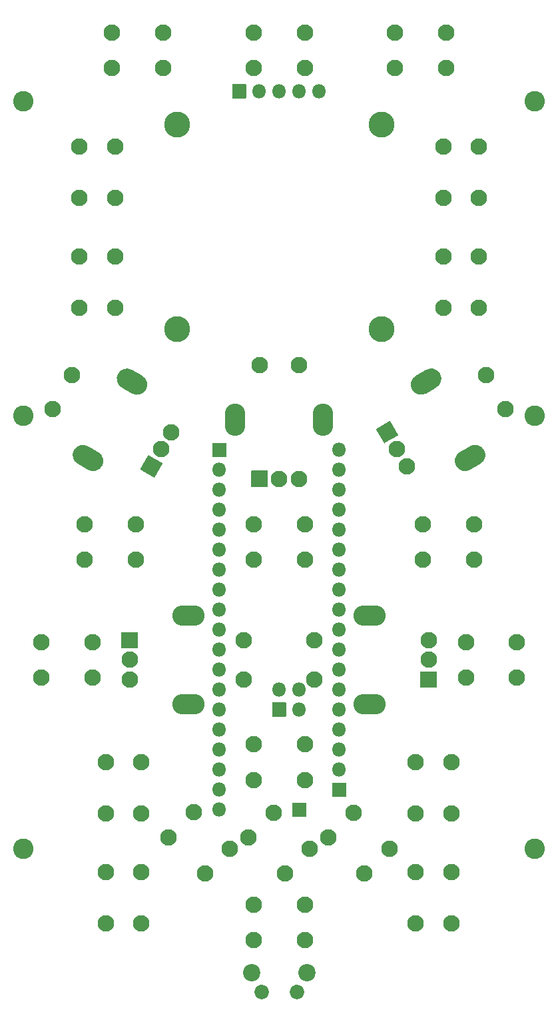
<source format=gbr>
%TF.GenerationSoftware,KiCad,Pcbnew,5.1.9-1.fc33*%
%TF.CreationDate,2021-01-18T19:28:24+01:00*%
%TF.ProjectId,Pendant PCB,50656e64-616e-4742-9050-43422e6b6963,rev?*%
%TF.SameCoordinates,PX3b9aca0PYa299fa0*%
%TF.FileFunction,Soldermask,Bot*%
%TF.FilePolarity,Negative*%
%FSLAX46Y46*%
G04 Gerber Fmt 4.6, Leading zero omitted, Abs format (unit mm)*
G04 Created by KiCad (PCBNEW 5.1.9-1.fc33) date 2021-01-18 19:28:24*
%MOMM*%
%LPD*%
G01*
G04 APERTURE LIST*
%ADD10C,2.200000*%
%ADD11C,1.850000*%
%ADD12O,1.800000X1.800000*%
%ADD13C,2.100000*%
%ADD14O,2.600000X4.100000*%
%ADD15O,4.100000X2.600000*%
%ADD16C,3.300000*%
%ADD17C,2.600000*%
%ADD18C,0.100000*%
G04 APERTURE END LIST*
D10*
%TO.C,SW_RST2*%
X41010000Y7240000D03*
D11*
X39750000Y4750000D03*
X35250000Y4750000D03*
D10*
X34000000Y7240000D03*
%TD*%
%TO.C,J6*%
G36*
G01*
X39150000Y27100000D02*
X39150000Y28800000D01*
G75*
G02*
X39200000Y28850000I50000J0D01*
G01*
X40900000Y28850000D01*
G75*
G02*
X40950000Y28800000I0J-50000D01*
G01*
X40950000Y27100000D01*
G75*
G02*
X40900000Y27050000I-50000J0D01*
G01*
X39200000Y27050000D01*
G75*
G02*
X39150000Y27100000I0J50000D01*
G01*
G37*
%TD*%
D12*
%TO.C,J1*%
X29876000Y27960000D03*
X29876000Y30500000D03*
X29876000Y33040000D03*
X29876000Y35580000D03*
X29876000Y38120000D03*
X29876000Y40660000D03*
X29876000Y43200000D03*
X29876000Y45740000D03*
X29876000Y48280000D03*
X29876000Y50820000D03*
X29876000Y53360000D03*
X29876000Y55900000D03*
X29876000Y58440000D03*
X29876000Y60980000D03*
X29876000Y63520000D03*
X29876000Y66060000D03*
X29876000Y68600000D03*
X29876000Y71140000D03*
G36*
G01*
X30776000Y74530000D02*
X30776000Y72830000D01*
G75*
G02*
X30726000Y72780000I-50000J0D01*
G01*
X29026000Y72780000D01*
G75*
G02*
X28976000Y72830000I0J50000D01*
G01*
X28976000Y74530000D01*
G75*
G02*
X29026000Y74580000I50000J0D01*
G01*
X30726000Y74580000D01*
G75*
G02*
X30776000Y74530000I0J-50000D01*
G01*
G37*
%TD*%
%TO.C,J2*%
G36*
G01*
X44216000Y29650000D02*
X44216000Y31350000D01*
G75*
G02*
X44266000Y31400000I50000J0D01*
G01*
X45966000Y31400000D01*
G75*
G02*
X46016000Y31350000I0J-50000D01*
G01*
X46016000Y29650000D01*
G75*
G02*
X45966000Y29600000I-50000J0D01*
G01*
X44266000Y29600000D01*
G75*
G02*
X44216000Y29650000I0J50000D01*
G01*
G37*
X45116000Y33040000D03*
X45116000Y35580000D03*
X45116000Y38120000D03*
X45116000Y40660000D03*
X45116000Y43200000D03*
X45116000Y45740000D03*
X45116000Y48280000D03*
X45116000Y50820000D03*
X45116000Y53360000D03*
X45116000Y55900000D03*
X45116000Y58440000D03*
X45116000Y60980000D03*
X45116000Y63520000D03*
X45116000Y66060000D03*
X45116000Y68600000D03*
X45116000Y71140000D03*
X45116000Y73680000D03*
%TD*%
%TO.C,EN_JOG_Y1*%
G36*
G01*
X36000000Y68950000D02*
X34000000Y68950000D01*
G75*
G02*
X33950000Y69000000I0J50000D01*
G01*
X33950000Y71000000D01*
G75*
G02*
X34000000Y71050000I50000J0D01*
G01*
X36000000Y71050000D01*
G75*
G02*
X36050000Y71000000I0J-50000D01*
G01*
X36050000Y69000000D01*
G75*
G02*
X36000000Y68950000I-50000J0D01*
G01*
G37*
D13*
X37500000Y70000000D03*
X35000000Y84500000D03*
X40000000Y84500000D03*
D14*
X31900000Y77500000D03*
X43100000Y77500000D03*
D13*
X40000000Y70000000D03*
%TD*%
%TO.C,EN_FEED1*%
G36*
G01*
X17450000Y48500000D02*
X17450000Y50500000D01*
G75*
G02*
X17500000Y50550000I50000J0D01*
G01*
X19500000Y50550000D01*
G75*
G02*
X19550000Y50500000I0J-50000D01*
G01*
X19550000Y48500000D01*
G75*
G02*
X19500000Y48450000I-50000J0D01*
G01*
X17500000Y48450000D01*
G75*
G02*
X17450000Y48500000I0J50000D01*
G01*
G37*
X18500000Y47000000D03*
X33000000Y49500000D03*
X33000000Y44500000D03*
D15*
X26000000Y52600000D03*
X26000000Y41400000D03*
D13*
X18500000Y44500000D03*
%TD*%
%TO.C,EN_SPINDLE1*%
G36*
G01*
X57550000Y45500000D02*
X57550000Y43500000D01*
G75*
G02*
X57500000Y43450000I-50000J0D01*
G01*
X55500000Y43450000D01*
G75*
G02*
X55450000Y43500000I0J50000D01*
G01*
X55450000Y45500000D01*
G75*
G02*
X55500000Y45550000I50000J0D01*
G01*
X57500000Y45550000D01*
G75*
G02*
X57550000Y45500000I0J-50000D01*
G01*
G37*
X56500000Y47000000D03*
X42000000Y44500000D03*
X42000000Y49500000D03*
D15*
X49000000Y41400000D03*
X49000000Y52600000D03*
D13*
X56500000Y49500000D03*
%TD*%
%TO.C,EN_JOG_X1*%
G36*
G01*
X22654517Y71925961D02*
X21654517Y70193911D01*
G75*
G02*
X21586216Y70175610I-43301J25000D01*
G01*
X19854166Y71175610D01*
G75*
G02*
X19835865Y71243911I25000J43301D01*
G01*
X20835865Y72975961D01*
G75*
G02*
X20904166Y72994262I43301J-25000D01*
G01*
X22636216Y71994262D01*
G75*
G02*
X22654517Y71925961I-25000J-43301D01*
G01*
G37*
X22495191Y73750000D03*
X8687822Y78834936D03*
X11187822Y83165064D03*
G36*
G01*
X14975352Y71625258D02*
X14975352Y71625258D01*
G75*
G02*
X13199519Y71149425I-1125833J650000D01*
G01*
X11900481Y71899425D01*
G75*
G02*
X11424648Y73675258I650000J1125833D01*
G01*
X11424648Y73675258D01*
G75*
G02*
X13200481Y74151091I1125833J-650000D01*
G01*
X14499519Y73401091D01*
G75*
G02*
X14975352Y71625258I-650000J-1125833D01*
G01*
G37*
G36*
G01*
X20575352Y81324742D02*
X20575352Y81324742D01*
G75*
G02*
X18799519Y80848909I-1125833J650000D01*
G01*
X17500481Y81598909D01*
G75*
G02*
X17024648Y83374742I650000J1125833D01*
G01*
X17024648Y83374742D01*
G75*
G02*
X18800481Y83850575I1125833J-650000D01*
G01*
X20099519Y83100575D01*
G75*
G02*
X20575352Y81324742I-650000J-1125833D01*
G01*
G37*
X23745191Y75915064D03*
%TD*%
%TO.C,EN_JOG_Z1*%
X53734809Y71594936D03*
G36*
G01*
X60004648Y71635258D02*
X60004648Y71635258D01*
G75*
G02*
X60480481Y73411091I1125833J650000D01*
G01*
X61779519Y74161091D01*
G75*
G02*
X63555352Y73685258I650000J-1125833D01*
G01*
X63555352Y73685258D01*
G75*
G02*
X63079519Y71909425I-1125833J-650000D01*
G01*
X61780481Y71159425D01*
G75*
G02*
X60004648Y71635258I-650000J1125833D01*
G01*
G37*
G36*
G01*
X54404648Y81334742D02*
X54404648Y81334742D01*
G75*
G02*
X54880481Y83110575I1125833J650000D01*
G01*
X56179519Y83860575D01*
G75*
G02*
X57955352Y83384742I650000J-1125833D01*
G01*
X57955352Y83384742D01*
G75*
G02*
X57479519Y81608909I-1125833J-650000D01*
G01*
X56180481Y80858909D01*
G75*
G02*
X54404648Y81334742I-650000J1125833D01*
G01*
G37*
X66292178Y78844936D03*
X63792178Y83175064D03*
X52484809Y73760000D03*
G36*
G01*
X50825483Y74534039D02*
X49825483Y76266089D01*
G75*
G02*
X49843784Y76334390I43301J25000D01*
G01*
X51575834Y77334390D01*
G75*
G02*
X51644135Y77316089I25000J-43301D01*
G01*
X52644135Y75584039D01*
G75*
G02*
X52625834Y75515738I-43301J-25000D01*
G01*
X50893784Y74515738D01*
G75*
G02*
X50825483Y74534039I-25000J43301D01*
G01*
G37*
%TD*%
D16*
%TO.C,H10*%
X50500000Y89000000D03*
%TD*%
%TO.C,H9*%
X24500000Y89000000D03*
%TD*%
%TO.C,H8*%
X50500000Y115000000D03*
%TD*%
%TO.C,H7*%
X24500000Y115000000D03*
%TD*%
D17*
%TO.C,H6*%
X70000000Y23000000D03*
%TD*%
D12*
%TO.C,J5*%
X40040000Y43220000D03*
X37500000Y43220000D03*
X40040000Y40680000D03*
G36*
G01*
X36600000Y39830000D02*
X36600000Y41530000D01*
G75*
G02*
X36650000Y41580000I50000J0D01*
G01*
X38350000Y41580000D01*
G75*
G02*
X38400000Y41530000I0J-50000D01*
G01*
X38400000Y39830000D01*
G75*
G02*
X38350000Y39780000I-50000J0D01*
G01*
X36650000Y39780000D01*
G75*
G02*
X36600000Y39830000I0J50000D01*
G01*
G37*
%TD*%
D13*
%TO.C,SW_HOLD1*%
X40750000Y126750000D03*
X40750000Y122250000D03*
X34250000Y126750000D03*
X34250000Y122250000D03*
%TD*%
%TO.C,SW_$HZ1*%
X55750000Y59750000D03*
X55750000Y64250000D03*
X62250000Y59750000D03*
X62250000Y64250000D03*
%TD*%
%TO.C,J4*%
G36*
G01*
X31570001Y120150000D02*
X33270001Y120150000D01*
G75*
G02*
X33320001Y120100000I0J-50000D01*
G01*
X33320001Y118400000D01*
G75*
G02*
X33270001Y118350000I-50000J0D01*
G01*
X31570001Y118350000D01*
G75*
G02*
X31520001Y118400000I0J50000D01*
G01*
X31520001Y120100000D01*
G75*
G02*
X31570001Y120150000I50000J0D01*
G01*
G37*
D12*
X34960001Y119250000D03*
X37500001Y119250000D03*
X40040001Y119250000D03*
X42580001Y119250000D03*
%TD*%
D17*
%TO.C,H5*%
X5000000Y23000000D03*
%TD*%
D13*
%TO.C,SW_$X1*%
X58375001Y98250000D03*
X62875001Y98250000D03*
X58375001Y91750000D03*
X62875001Y91750000D03*
%TD*%
%TO.C,SW_MACRO-4*%
X59375000Y13500000D03*
X54875000Y13500000D03*
X59375000Y20000000D03*
X54875000Y20000000D03*
%TD*%
D17*
%TO.C,H2*%
X70000000Y118000000D03*
%TD*%
%TO.C,H4*%
X70000000Y78000000D03*
%TD*%
D13*
%TO.C,SW_PY+1*%
X34250000Y31750000D03*
X34250000Y36250000D03*
X40750000Y31750000D03*
X40750000Y36250000D03*
%TD*%
%TO.C,SW_RST1*%
X16250000Y122250000D03*
X16250000Y126750000D03*
X22750000Y122250000D03*
X22750000Y126750000D03*
%TD*%
%TO.C,SW_R-CLICK1*%
X12125000Y98250000D03*
X16625000Y98250000D03*
X12125000Y91750000D03*
X16625000Y91750000D03*
%TD*%
%TO.C,SW_PX-1*%
X23468019Y24443019D03*
X26650000Y27625000D03*
X28064214Y19846825D03*
X31246194Y23028806D03*
%TD*%
%TO.C,SW_START1*%
X52250000Y122250000D03*
X52250000Y126750000D03*
X58750000Y122250000D03*
X58750000Y126750000D03*
%TD*%
%TO.C,SW_MACRO-3*%
X20000000Y13500000D03*
X15500000Y13500000D03*
X20000000Y20000000D03*
X15500000Y20000000D03*
%TD*%
%TO.C,SW_MACRO-1*%
X20000000Y27500000D03*
X15500000Y27500000D03*
X20000000Y34000000D03*
X15500000Y34000000D03*
%TD*%
%TO.C,SW_100\u0025S1*%
X67750000Y49250000D03*
X67750000Y44750000D03*
X61250000Y49250000D03*
X61250000Y44750000D03*
%TD*%
%TO.C,SW_PX+1*%
X51546194Y23003806D03*
X48364214Y19821825D03*
X46950000Y27600000D03*
X43768019Y24418019D03*
%TD*%
%TO.C,SW_$HX1*%
X12750000Y59750000D03*
X12750000Y64250000D03*
X19250000Y59750000D03*
X19250000Y64250000D03*
%TD*%
%TO.C,SW_$H1*%
X58375001Y112250000D03*
X62875001Y112250000D03*
X58375001Y105750000D03*
X62875001Y105750000D03*
%TD*%
%TO.C,SW_MACRO-2*%
X59375000Y27500000D03*
X54875000Y27500000D03*
X59375000Y34000000D03*
X54875000Y34000000D03*
%TD*%
%TO.C,SW_$HY1*%
X34250000Y59750000D03*
X34250000Y64250000D03*
X40750000Y59750000D03*
X40750000Y64250000D03*
%TD*%
D17*
%TO.C,H3*%
X5000000Y78000000D03*
%TD*%
D13*
%TO.C,SW_PY-1*%
X34250000Y11375000D03*
X34250000Y15875000D03*
X40750000Y11375000D03*
X40750000Y15875000D03*
%TD*%
%TO.C,SW_PZ-1*%
X33618019Y24418019D03*
X36800000Y27600000D03*
X38214214Y19821825D03*
X41396194Y23003806D03*
%TD*%
D17*
%TO.C,H1*%
X5000000Y118000000D03*
%TD*%
D13*
%TO.C,SW_L-CLICK1*%
X16625000Y105750000D03*
X12125000Y105750000D03*
X16625000Y112250000D03*
X12125000Y112250000D03*
%TD*%
%TO.C,SW_100\u0025F1*%
X7250000Y44750000D03*
X7250000Y49250000D03*
X13750000Y44750000D03*
X13750000Y49250000D03*
%TD*%
D18*
G36*
X22680519Y71970995D02*
G01*
X22681519Y71969263D01*
X22681251Y71968263D01*
X22237468Y71199609D01*
X21631250Y70149608D01*
X21628518Y70148876D01*
X19809863Y71198877D01*
X19808863Y71200609D01*
X19809059Y71201341D01*
X19813596Y71201341D01*
X21628786Y70153341D01*
X22234004Y71201609D01*
X22676786Y71968531D01*
X20861596Y73016531D01*
X20256378Y71968263D01*
X20099680Y71696854D01*
X19813596Y71201341D01*
X19809059Y71201341D01*
X19809131Y71201609D01*
X20096216Y71698854D01*
X20252914Y71970263D01*
X20859132Y73020264D01*
X20861864Y73020996D01*
X22680519Y71970995D01*
G37*
G36*
X51620868Y77360392D02*
G01*
X52227086Y76310391D01*
X52670869Y75541737D01*
X52670137Y75539005D01*
X50851482Y74489004D01*
X50849482Y74489004D01*
X50848750Y74489736D01*
X50242532Y75539737D01*
X49798749Y76308391D01*
X49798820Y76308659D01*
X49803214Y76308659D01*
X50245996Y75541737D01*
X50851214Y74493469D01*
X52666404Y75541469D01*
X52223622Y76308391D01*
X51618404Y77356659D01*
X49803214Y76308659D01*
X49798820Y76308659D01*
X49799481Y76311123D01*
X51618136Y77361124D01*
X51620136Y77361124D01*
X51620868Y77360392D01*
G37*
M02*

</source>
